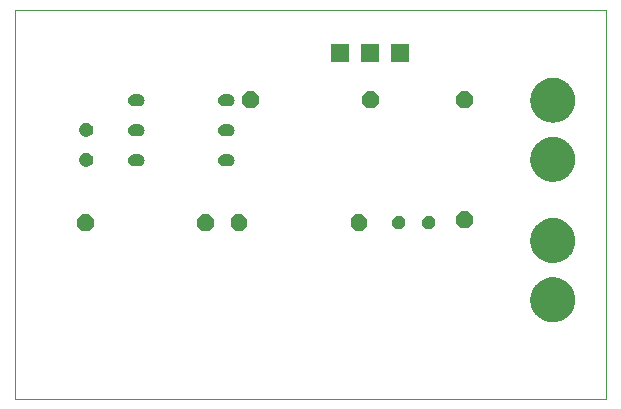
<source format=gbs>
G75*
G71*
%OFA0B0*%
%FSLAX23Y23*%
%IPPOS*%
%LPD*%
%ADD10C,0.1*%
%LPD*%D10*
X0Y0D02*
X0Y100D01*
X0Y200D01*
X0Y299D01*
X0Y399D01*
X0Y499D01*
X0Y599D01*
X0Y699D01*
X0Y798D01*
X0Y898D01*
X0Y998D01*
X0Y1098D01*
X0Y1198D01*
X0Y1297D01*
X0Y1397D01*
X0Y1497D01*
X0Y1597D01*
X0Y1697D01*
X0Y1796D01*
X0Y1896D01*
X0Y1996D01*
X0Y2096D01*
X0Y2196D01*
X0Y2295D01*
X0Y2395D01*
X0Y2495D01*
X0Y2595D01*
X0Y2695D01*
X0Y2794D01*
X0Y2894D01*
X0Y2994D01*
X0Y3094D01*
X0Y3193D01*
X0Y3293D01*
X0Y3393D01*
X0Y3493D01*
X0Y3593D01*
X0Y3692D01*
X0Y3792D01*
X0Y3892D01*
X0Y3992D01*
X0Y4092D01*
X0Y4191D01*
X0Y4291D01*
X0Y4391D01*
X0Y4491D01*
X0Y4591D01*
X0Y4690D01*
X0Y4790D01*
X0Y4890D01*
X0Y4990D01*
X0Y5090D01*
X0Y5189D01*
X0Y5289D01*
X0Y5389D01*
X0Y5489D01*
X0Y5589D01*
X0Y5688D01*
X0Y5788D01*
X0Y5888D01*
X0Y5988D01*
X0Y6088D01*
X0Y6187D01*
X0Y6287D01*
X0Y6387D01*
X0Y6487D01*
X0Y6587D01*
X0Y6686D01*
X0Y6786D01*
X0Y6886D01*
X0Y6986D01*
X0Y7086D01*
X0Y7185D01*
X0Y7285D01*
X0Y7385D01*
X0Y7485D01*
X0Y7585D01*
X0Y7684D01*
X0Y7784D01*
X0Y7884D01*
X0Y7984D01*
X0Y8084D01*
X0Y8183D01*
X0Y8283D01*
X0Y8383D01*
X0Y8483D01*
X0Y8583D01*
X0Y8682D01*
X0Y8782D01*
X0Y8882D01*
X0Y8982D01*
X0Y9081D01*
X0Y9181D01*
X0Y9281D01*
X0Y9381D01*
X0Y9481D01*
X0Y9580D01*
X0Y9680D01*
X0Y9780D01*
X0Y9880D01*
X0Y9980D01*
X0Y10079D01*
X0Y10179D01*
X0Y10279D01*
X0Y10379D01*
X0Y10479D01*
X0Y10578D01*
X0Y10678D01*
X0Y10778D01*
X0Y10878D01*
X0Y10978D01*
X0Y11077D01*
X0Y11177D01*
X0Y11277D01*
X0Y11377D01*
X0Y11477D01*
X0Y11576D01*
X0Y11676D01*
X0Y11776D01*
X0Y11876D01*
X0Y11976D01*
X0Y12075D01*
X0Y12175D01*
X0Y12275D01*
X0Y12375D01*
X0Y12475D01*
X0Y12574D01*
X0Y12674D01*
X0Y12774D01*
X0Y12874D01*
X0Y12974D01*
X0Y13073D01*
X0Y13173D01*
X0Y13273D01*
X0Y13373D01*
X0Y13473D01*
X0Y13572D01*
X0Y13672D01*
X0Y13772D01*
X0Y13872D01*
X0Y13972D01*
X0Y14071D01*
X0Y14171D01*
X0Y14271D01*
X0Y14371D01*
X0Y14471D01*
X0Y14570D01*
X0Y14670D01*
X0Y14770D01*
X0Y14870D01*
X0Y14970D01*
X0Y15069D01*
X0Y15169D01*
X0Y15269D01*
X0Y15369D01*
X0Y15469D01*
X0Y15568D01*
X0Y15668D01*
X0Y15768D01*
X0Y15868D01*
X0Y15967D01*
X0Y16067D01*
X0Y16167D01*
X0Y16267D01*
X0Y16367D01*
X0Y16466D01*
X0Y16566D01*
X0Y16666D01*
X0Y16766D01*
X0Y16866D01*
X0Y16965D01*
X0Y17065D01*
X0Y17165D01*
X0Y17265D01*
X0Y17365D01*
X0Y17464D01*
X0Y17564D01*
X0Y17664D01*
X0Y17764D01*
X0Y17864D01*
X0Y17963D01*
X0Y18063D01*
X0Y18163D01*
X0Y18263D01*
X0Y18363D01*
X0Y18462D01*
X0Y18562D01*
X0Y18662D01*
X0Y18762D01*
X0Y18862D01*
X0Y18961D01*
X0Y19061D01*
X0Y19161D01*
X0Y19261D01*
X0Y19361D01*
X0Y19460D01*
X0Y19560D01*
X0Y19660D01*
X0Y19760D01*
X0Y19860D01*
X0Y19959D01*
X0Y20059D01*
X0Y20159D01*
X0Y20259D01*
X0Y20359D01*
X0Y20458D01*
X0Y20558D01*
X0Y20658D01*
X0Y20758D01*
X0Y20858D01*
X0Y20957D01*
X0Y21057D01*
X0Y21157D01*
X0Y21257D01*
X0Y21357D01*
X0Y21456D01*
X0Y21556D01*
X0Y21656D01*
X0Y21756D01*
X0Y21856D01*
X0Y21955D01*
X0Y22055D01*
X0Y22155D01*
X0Y22255D01*
X0Y22355D01*
X0Y22454D01*
X0Y22554D01*
X0Y22654D01*
X0Y22754D01*
X0Y22853D01*
X0Y22953D01*
X0Y23053D01*
X0Y23153D01*
X0Y23253D01*
X0Y23352D01*
X0Y23452D01*
X0Y23552D01*
X0Y23652D01*
X0Y23752D01*
X0Y23851D01*
X0Y23951D01*
X0Y24051D01*
X0Y24151D01*
X0Y24251D01*
X0Y24350D01*
X0Y24450D01*
X0Y24550D01*
X0Y24650D01*
X0Y24750D01*
X0Y24849D01*
X0Y24949D01*
X0Y25049D01*
X0Y25149D01*
X0Y25249D01*
X0Y25348D01*
X0Y25448D01*
X0Y25548D01*
X0Y25648D01*
X0Y25748D01*
X0Y25847D01*
X0Y25947D01*
X0Y26047D01*
X0Y26147D01*
X0Y26247D01*
X0Y26346D01*
X0Y26446D01*
X0Y26546D01*
X0Y26646D01*
X0Y26746D01*
X0Y26845D01*
X0Y26945D01*
X0Y27045D01*
X0Y27145D01*
X0Y27245D01*
X0Y27344D01*
X0Y27444D01*
X0Y27544D01*
X0Y27644D01*
X0Y27744D01*
X0Y27843D01*
X0Y27943D01*
X0Y28043D01*
X0Y28143D01*
X0Y28243D01*
X0Y28342D01*
X0Y28442D01*
X0Y28542D01*
X0Y28642D01*
X0Y28742D01*
X0Y28841D01*
X0Y28941D01*
X0Y29041D01*
X0Y29141D01*
X0Y29241D01*
X0Y29340D01*
X0Y29440D01*
X0Y29540D01*
X0Y29640D01*
X0Y29740D01*
X0Y29839D01*
X0Y29939D01*
X0Y30039D01*
X0Y30139D01*
X0Y30239D01*
X0Y30338D01*
X0Y30438D01*
X0Y30538D01*
X0Y30638D01*
X0Y30737D01*
X0Y30837D01*
X0Y30937D01*
X0Y31037D01*
X0Y31137D01*
X0Y31236D01*
X0Y31336D01*
X0Y31436D01*
X0Y31536D01*
X0Y31636D01*
X0Y31735D01*
X0Y31835D01*
X0Y31935D01*
X0Y32035D01*
X0Y32135D01*
X0Y32234D01*
X0Y32334D01*
X0Y32434D01*
X0Y32534D01*
X0Y32634D01*
X0Y32733D01*
X0Y32833D01*
X0Y32933D01*
X100Y32933D01*
X200Y32933D01*
X300Y32933D01*
X400Y32933D01*
X500Y32933D01*
X600Y32933D01*
X700Y32933D01*
X800Y32933D01*
X900Y32933D01*
X1000Y32933D01*
X1100Y32933D01*
X1200Y32933D01*
X1300Y32933D01*
X1400Y32933D01*
X1500Y32933D01*
X1600Y32933D01*
X1700Y32933D01*
X1800Y32933D01*
X1900Y32933D01*
X2000Y32933D01*
X2100Y32933D01*
X2200Y32933D01*
X2300Y32933D01*
X2400Y32933D01*
X2500Y32933D01*
X2600Y32933D01*
X2700Y32933D01*
X2800Y32933D01*
X2900Y32933D01*
X3000Y32933D01*
X3100Y32933D01*
X3200Y32933D01*
X3300Y32933D01*
X3400Y32933D01*
X3500Y32933D01*
X3600Y32933D01*
X3700Y32933D01*
X3800Y32933D01*
X3900Y32933D01*
X4000Y32933D01*
X4100Y32933D01*
X4200Y32933D01*
X4300Y32933D01*
X4400Y32933D01*
X4500Y32933D01*
X4600Y32933D01*
X4700Y32933D01*
X4800Y32933D01*
X4900Y32933D01*
X5000Y32933D01*
X5100Y32933D01*
X5200Y32933D01*
X5300Y32933D01*
X5400Y32933D01*
X5500Y32933D01*
X5600Y32933D01*
X5700Y32933D01*
X5800Y32933D01*
X5900Y32933D01*
X6000Y32933D01*
X6100Y32933D01*
X6200Y32933D01*
X6300Y32933D01*
X6400Y32933D01*
X6500Y32933D01*
X6600Y32933D01*
X6700Y32933D01*
X6800Y32933D01*
X6900Y32933D01*
X7000Y32933D01*
X7100Y32933D01*
X7200Y32933D01*
X7300Y32933D01*
X7400Y32933D01*
X7500Y32933D01*
X7600Y32933D01*
X7700Y32933D01*
X7800Y32933D01*
X7900Y32933D01*
X8000Y32933D01*
X8100Y32933D01*
X8200Y32933D01*
X8300Y32933D01*
X8400Y32933D01*
X8500Y32933D01*
X8600Y32933D01*
X8700Y32933D01*
X8800Y32933D01*
X8900Y32933D01*
X9000Y32933D01*
X9100Y32933D01*
X9200Y32933D01*
X9300Y32933D01*
X9400Y32933D01*
X9500Y32933D01*
X9600Y32933D01*
X9700Y32933D01*
X9800Y32933D01*
X9900Y32933D01*
X10000Y32933D01*
X10100Y32933D01*
X10200Y32933D01*
X10300Y32933D01*
X10400Y32933D01*
X10500Y32933D01*
X10600Y32933D01*
X10700Y32933D01*
X10800Y32933D01*
X10900Y32933D01*
X11000Y32933D01*
X11100Y32933D01*
X11200Y32933D01*
X11300Y32933D01*
X11400Y32933D01*
X11500Y32933D01*
X11600Y32933D01*
X11700Y32933D01*
X11800Y32933D01*
X11900Y32933D01*
X12000Y32933D01*
X12100Y32933D01*
X12200Y32933D01*
X12300Y32933D01*
X12400Y32933D01*
X12500Y32933D01*
X12600Y32933D01*
X12700Y32933D01*
X12800Y32933D01*
X12900Y32933D01*
X13000Y32933D01*
X13100Y32933D01*
X13200Y32933D01*
X13300Y32933D01*
X13400Y32933D01*
X13500Y32933D01*
X13600Y32933D01*
X13700Y32933D01*
X13800Y32933D01*
X13900Y32933D01*
X14000Y32933D01*
X14100Y32933D01*
X14200Y32933D01*
X14300Y32933D01*
X14400Y32933D01*
X14500Y32933D01*
X14600Y32933D01*
X14700Y32933D01*
X14800Y32933D01*
X14900Y32933D01*
X15000Y32933D01*
X15100Y32933D01*
X15200Y32933D01*
X15300Y32933D01*
X15400Y32933D01*
X15500Y32933D01*
X15600Y32933D01*
X15700Y32933D01*
X15800Y32933D01*
X15900Y32933D01*
X16000Y32933D01*
X16100Y32933D01*
X16200Y32933D01*
X16300Y32933D01*
X16400Y32933D01*
X16500Y32933D01*
X16600Y32933D01*
X16700Y32933D01*
X16800Y32933D01*
X16900Y32933D01*
X17000Y32933D01*
X17100Y32933D01*
X17200Y32933D01*
X17300Y32933D01*
X17400Y32933D01*
X17500Y32933D01*
X17600Y32933D01*
X17700Y32933D01*
X17800Y32933D01*
X17900Y32933D01*
X18000Y32933D01*
X18100Y32933D01*
X18200Y32933D01*
X18300Y32933D01*
X18400Y32933D01*
X18500Y32933D01*
X18600Y32933D01*
X18700Y32933D01*
X18800Y32933D01*
X18900Y32933D01*
X19000Y32933D01*
X19100Y32933D01*
X19200Y32933D01*
X19300Y32933D01*
X19400Y32933D01*
X19500Y32933D01*
X19600Y32933D01*
X19700Y32933D01*
X19800Y32933D01*
X19900Y32933D01*
X20000Y32933D01*
X20100Y32933D01*
X20200Y32933D01*
X20300Y32933D01*
X20400Y32933D01*
X20500Y32933D01*
X20600Y32933D01*
X20700Y32933D01*
X20800Y32933D01*
X20900Y32933D01*
X21000Y32933D01*
X21100Y32933D01*
X21200Y32933D01*
X21300Y32933D01*
X21400Y32933D01*
X21500Y32933D01*
X21600Y32933D01*
X21700Y32933D01*
X21800Y32933D01*
X21900Y32933D01*
X22000Y32933D01*
X22100Y32933D01*
X22200Y32933D01*
X22300Y32933D01*
X22400Y32933D01*
X22500Y32933D01*
X22600Y32933D01*
X22700Y32933D01*
X22800Y32933D01*
X22900Y32933D01*
X23000Y32933D01*
X23100Y32933D01*
X23200Y32933D01*
X23300Y32933D01*
X23400Y32933D01*
X23500Y32933D01*
X23600Y32933D01*
X23700Y32933D01*
X23800Y32933D01*
X23900Y32933D01*
X24000Y32933D01*
X24100Y32933D01*
X24200Y32933D01*
X24300Y32933D01*
X24400Y32933D01*
X24500Y32933D01*
X24600Y32933D01*
X24700Y32933D01*
X24800Y32933D01*
X24900Y32933D01*
X25000Y32933D01*
X25100Y32933D01*
X25200Y32933D01*
X25300Y32933D01*
X25400Y32933D01*
X25500Y32933D01*
X25600Y32933D01*
X25700Y32933D01*
X25800Y32933D01*
X25900Y32933D01*
X26000Y32933D01*
X26100Y32933D01*
X26200Y32933D01*
X26300Y32933D01*
X26400Y32933D01*
X26500Y32933D01*
X26600Y32933D01*
X26700Y32933D01*
X26800Y32933D01*
X26900Y32933D01*
X27000Y32933D01*
X27100Y32933D01*
X27200Y32933D01*
X27300Y32933D01*
X27400Y32933D01*
X27500Y32933D01*
X27600Y32933D01*
X27700Y32933D01*
X27800Y32933D01*
X27900Y32933D01*
X28000Y32933D01*
X28100Y32933D01*
X28200Y32933D01*
X28300Y32933D01*
X28400Y32933D01*
X28500Y32933D01*
X28600Y32933D01*
X28700Y32933D01*
X28800Y32933D01*
X28900Y32933D01*
X29000Y32933D01*
X29100Y32933D01*
X29200Y32933D01*
X29300Y32933D01*
X29400Y32933D01*
X29500Y32933D01*
X29600Y32933D01*
X29700Y32933D01*
X29800Y32933D01*
X29900Y32933D01*
X30000Y32933D01*
X30100Y32933D01*
X30200Y32933D01*
X30300Y32933D01*
X30400Y32933D01*
X30500Y32933D01*
X30600Y32933D01*
X30700Y32933D01*
X30800Y32933D01*
X30900Y32933D01*
X31000Y32933D01*
X31100Y32933D01*
X31200Y32933D01*
X31300Y32933D01*
X31400Y32933D01*
X31500Y32933D01*
X31600Y32933D01*
X31700Y32933D01*
X31800Y32933D01*
X31900Y32933D01*
X32000Y32933D01*
X32100Y32933D01*
X32200Y32933D01*
X32300Y32933D01*
X32400Y32933D01*
X32500Y32933D01*
X32600Y32933D01*
X32700Y32933D01*
X32800Y32933D01*
X32900Y32933D01*
X33000Y32933D01*
X33100Y32933D01*
X33200Y32933D01*
X33300Y32933D01*
X33400Y32933D01*
X33500Y32933D01*
X33600Y32933D01*
X33700Y32933D01*
X33800Y32933D01*
X33900Y32933D01*
X34000Y32933D01*
X34100Y32933D01*
X34200Y32933D01*
X34300Y32933D01*
X34400Y32933D01*
X34500Y32933D01*
X34600Y32933D01*
X34700Y32933D01*
X34800Y32933D01*
X34900Y32933D01*
X35000Y32933D01*
X35100Y32933D01*
X35200Y32933D01*
X35300Y32933D01*
X35400Y32933D01*
X35500Y32933D01*
X35600Y32933D01*
X35700Y32933D01*
X35800Y32933D01*
X35900Y32933D01*
X36000Y32933D01*
X36100Y32933D01*
X36200Y32933D01*
X36300Y32933D01*
X36400Y32933D01*
X36500Y32933D01*
X36600Y32933D01*
X36700Y32933D01*
X36800Y32933D01*
X36900Y32933D01*
X37000Y32933D01*
X37100Y32933D01*
X37200Y32933D01*
X37300Y32933D01*
X37400Y32933D01*
X37500Y32933D01*
X37600Y32933D01*
X37700Y32933D01*
X37800Y32933D01*
X37900Y32933D01*
X38000Y32933D01*
X38100Y32933D01*
X38200Y32933D01*
X38300Y32933D01*
X38400Y32933D01*
X38500Y32933D01*
X38600Y32933D01*
X38700Y32933D01*
X38800Y32933D01*
X38900Y32933D01*
X39000Y32933D01*
X39100Y32933D01*
X39200Y32933D01*
X39300Y32933D01*
X39400Y32933D01*
X39500Y32933D01*
X39600Y32933D01*
X39700Y32933D01*
X39800Y32933D01*
X39900Y32933D01*
X40000Y32933D01*
X40100Y32933D01*
X40200Y32933D01*
X40300Y32933D01*
X40400Y32933D01*
X40500Y32933D01*
X40600Y32933D01*
X40700Y32933D01*
X40800Y32933D01*
X40900Y32933D01*
X41000Y32933D01*
X41100Y32933D01*
X41200Y32933D01*
X41300Y32933D01*
X41400Y32933D01*
X41500Y32933D01*
X41600Y32933D01*
X41700Y32933D01*
X41800Y32933D01*
X41900Y32933D01*
X42000Y32933D01*
X42100Y32933D01*
X42200Y32933D01*
X42300Y32933D01*
X42400Y32933D01*
X42500Y32933D01*
X42600Y32933D01*
X42700Y32933D01*
X42800Y32933D01*
X42900Y32933D01*
X43000Y32933D01*
X43100Y32933D01*
X43200Y32933D01*
X43300Y32933D01*
X43400Y32933D01*
X43500Y32933D01*
X43600Y32933D01*
X43700Y32933D01*
X43800Y32933D01*
X43900Y32933D01*
X44000Y32933D01*
X44100Y32933D01*
X44200Y32933D01*
X44300Y32933D01*
X44400Y32933D01*
X44500Y32933D01*
X44600Y32933D01*
X44700Y32933D01*
X44800Y32933D01*
X44900Y32933D01*
X45000Y32933D01*
X45100Y32933D01*
X45200Y32933D01*
X45300Y32933D01*
X45400Y32933D01*
X45500Y32933D01*
X45600Y32933D01*
X45700Y32933D01*
X45800Y32933D01*
X45900Y32933D01*
X46000Y32933D01*
X46100Y32933D01*
X46200Y32933D01*
X46300Y32933D01*
X46400Y32933D01*
X46500Y32933D01*
X46600Y32933D01*
X46700Y32933D01*
X46800Y32933D01*
X46900Y32933D01*
X47000Y32933D01*
X47100Y32933D01*
X47200Y32933D01*
X47300Y32933D01*
X47400Y32933D01*
X47500Y32933D01*
X47600Y32933D01*
X47700Y32933D01*
X47800Y32933D01*
X47900Y32933D01*
X48000Y32933D01*
X48100Y32933D01*
X48200Y32933D01*
X48300Y32933D01*
X48400Y32933D01*
X48500Y32933D01*
X48600Y32933D01*
X48700Y32933D01*
X48800Y32933D01*
X48900Y32933D01*
X49000Y32933D01*
X49100Y32933D01*
X49200Y32933D01*
X49300Y32933D01*
X49400Y32933D01*
X49500Y32933D01*
X49600Y32933D01*
X49700Y32933D01*
X49800Y32933D01*
X49900Y32933D01*
X50000Y32933D01*
X50000Y32833D01*
X50000Y32734D01*
X50000Y32634D01*
X50000Y32534D01*
X50000Y32434D01*
X50000Y32334D01*
X50000Y32235D01*
X50000Y32135D01*
X50000Y32035D01*
X50000Y31935D01*
X50000Y31835D01*
X50000Y31736D01*
X50000Y31636D01*
X50000Y31536D01*
X50000Y31436D01*
X50000Y31336D01*
X50000Y31237D01*
X50000Y31137D01*
X50000Y31037D01*
X50000Y30937D01*
X50000Y30837D01*
X50000Y30738D01*
X50000Y30638D01*
X50000Y30538D01*
X50000Y30438D01*
X50000Y30338D01*
X50000Y30239D01*
X50000Y30139D01*
X50000Y30039D01*
X50000Y29939D01*
X50000Y29839D01*
X50000Y29740D01*
X50000Y29640D01*
X50000Y29540D01*
X50000Y29440D01*
X50000Y29340D01*
X50000Y29241D01*
X50000Y29141D01*
X50000Y29041D01*
X50000Y28941D01*
X50000Y28841D01*
X50000Y28742D01*
X50000Y28642D01*
X50000Y28542D01*
X50000Y28442D01*
X50000Y28342D01*
X50000Y28243D01*
X50000Y28143D01*
X50000Y28043D01*
X50000Y27943D01*
X50000Y27843D01*
X50000Y27744D01*
X50000Y27644D01*
X50000Y27544D01*
X50000Y27444D01*
X50000Y27344D01*
X50000Y27245D01*
X50000Y27145D01*
X50000Y27045D01*
X50000Y26945D01*
X50000Y26845D01*
X50000Y26746D01*
X50000Y26646D01*
X50000Y26546D01*
X50000Y26446D01*
X50000Y26347D01*
X50000Y26247D01*
X50000Y26147D01*
X50000Y26047D01*
X50000Y25947D01*
X50000Y25848D01*
X50000Y25748D01*
X50000Y25648D01*
X50000Y25548D01*
X50000Y25448D01*
X50000Y25349D01*
X50000Y25249D01*
X50000Y25149D01*
X50000Y25049D01*
X50000Y24949D01*
X50000Y24850D01*
X50000Y24750D01*
X50000Y24650D01*
X50000Y24550D01*
X50000Y24450D01*
X50000Y24351D01*
X50000Y24251D01*
X50000Y24151D01*
X50000Y24051D01*
X50000Y23951D01*
X50000Y23852D01*
X50000Y23752D01*
X50000Y23652D01*
X50000Y23552D01*
X50000Y23452D01*
X50000Y23353D01*
X50000Y23253D01*
X50000Y23153D01*
X50000Y23053D01*
X50000Y22953D01*
X50000Y22854D01*
X50000Y22754D01*
X50000Y22654D01*
X50000Y22554D01*
X50000Y22454D01*
X50000Y22355D01*
X50000Y22255D01*
X50000Y22155D01*
X50000Y22055D01*
X50000Y21955D01*
X50000Y21856D01*
X50000Y21756D01*
X50000Y21656D01*
X50000Y21556D01*
X50000Y21456D01*
X50000Y21357D01*
X50000Y21257D01*
X50000Y21157D01*
X50000Y21057D01*
X50000Y20957D01*
X50000Y20858D01*
X50000Y20758D01*
X50000Y20658D01*
X50000Y20558D01*
X50000Y20459D01*
X50000Y20359D01*
X50000Y20259D01*
X50000Y20159D01*
X50000Y20059D01*
X50000Y19960D01*
X50000Y19860D01*
X50000Y19760D01*
X50000Y19660D01*
X50000Y19560D01*
X50000Y19461D01*
X50000Y19361D01*
X50000Y19261D01*
X50000Y19161D01*
X50000Y19061D01*
X50000Y18962D01*
X50000Y18862D01*
X50000Y18762D01*
X50000Y18662D01*
X50000Y18562D01*
X50000Y18463D01*
X50000Y18363D01*
X50000Y18263D01*
X50000Y18163D01*
X50000Y18063D01*
X50000Y17964D01*
X50000Y17864D01*
X50000Y17764D01*
X50000Y17664D01*
X50000Y17564D01*
X50000Y17465D01*
X50000Y17365D01*
X50000Y17265D01*
X50000Y17165D01*
X50000Y17065D01*
X50000Y16966D01*
X50000Y16866D01*
X50000Y16766D01*
X50000Y16666D01*
X50000Y16566D01*
X50000Y16467D01*
X50000Y16367D01*
X50000Y16267D01*
X50000Y16167D01*
X50000Y16067D01*
X50000Y15968D01*
X50000Y15868D01*
X50000Y15768D01*
X50000Y15668D01*
X50000Y15568D01*
X50000Y15469D01*
X50000Y15369D01*
X50000Y15269D01*
X50000Y15169D01*
X50000Y15069D01*
X50000Y14970D01*
X50000Y14870D01*
X50000Y14770D01*
X50000Y14670D01*
X50000Y14570D01*
X50000Y14471D01*
X50000Y14371D01*
X50000Y14271D01*
X50000Y14171D01*
X50000Y14071D01*
X50000Y13972D01*
X50000Y13872D01*
X50000Y13772D01*
X50000Y13672D01*
X50000Y13573D01*
X50000Y13473D01*
X50000Y13373D01*
X50000Y13273D01*
X50000Y13173D01*
X50000Y13074D01*
X50000Y12974D01*
X50000Y12874D01*
X50000Y12774D01*
X50000Y12674D01*
X50000Y12575D01*
X50000Y12475D01*
X50000Y12375D01*
X50000Y12275D01*
X50000Y12175D01*
X50000Y12076D01*
X50000Y11976D01*
X50000Y11876D01*
X50000Y11776D01*
X50000Y11676D01*
X50000Y11577D01*
X50000Y11477D01*
X50000Y11377D01*
X50000Y11277D01*
X50000Y11177D01*
X50000Y11078D01*
X50000Y10978D01*
X50000Y10878D01*
X50000Y10778D01*
X50000Y10678D01*
X50000Y10579D01*
X50000Y10479D01*
X50000Y10379D01*
X50000Y10279D01*
X50000Y10179D01*
X50000Y10080D01*
X50000Y9980D01*
X50000Y9880D01*
X50000Y9780D01*
X50000Y9680D01*
X50000Y9581D01*
X50000Y9481D01*
X50000Y9381D01*
X50000Y9281D01*
X50000Y9181D01*
X50000Y9082D01*
X50000Y8982D01*
X50000Y8882D01*
X50000Y8782D01*
X50000Y8682D01*
X50000Y8583D01*
X50000Y8483D01*
X50000Y8383D01*
X50000Y8283D01*
X50000Y8183D01*
X50000Y8084D01*
X50000Y7984D01*
X50000Y7884D01*
X50000Y7784D01*
X50000Y7684D01*
X50000Y7585D01*
X50000Y7485D01*
X50000Y7385D01*
X50000Y7285D01*
X50000Y7185D01*
X50000Y7086D01*
X50000Y6986D01*
X50000Y6886D01*
X50000Y6786D01*
X50000Y6686D01*
X50000Y6587D01*
X50000Y6487D01*
X50000Y6387D01*
X50000Y6287D01*
X50000Y6188D01*
X50000Y6088D01*
X50000Y5988D01*
X50000Y5888D01*
X50000Y5788D01*
X50000Y5689D01*
X50000Y5589D01*
X50000Y5489D01*
X50000Y5389D01*
X50000Y5289D01*
X50000Y5190D01*
X50000Y5090D01*
X50000Y4990D01*
X50000Y4890D01*
X50000Y4790D01*
X50000Y4691D01*
X50000Y4591D01*
X50000Y4491D01*
X50000Y4391D01*
X50000Y4291D01*
X50000Y4192D01*
X50000Y4092D01*
X50000Y3992D01*
X50000Y3892D01*
X50000Y3792D01*
X50000Y3693D01*
X50000Y3593D01*
X50000Y3493D01*
X50000Y3393D01*
X50000Y3293D01*
X50000Y3194D01*
X50000Y3094D01*
X50000Y2994D01*
X50000Y2894D01*
X50000Y2794D01*
X50000Y2695D01*
X50000Y2595D01*
X50000Y2495D01*
X50000Y2395D01*
X50000Y2295D01*
X50000Y2196D01*
X50000Y2096D01*
X50000Y1996D01*
X50000Y1896D01*
X50000Y1796D01*
X50000Y1697D01*
X50000Y1597D01*
X50000Y1497D01*
X50000Y1397D01*
X50000Y1297D01*
X50000Y1198D01*
X50000Y1098D01*
X50000Y998D01*
X50000Y898D01*
X50000Y798D01*
X50000Y699D01*
X50000Y599D01*
X50000Y499D01*
X50000Y399D01*
X50000Y299D01*
X50000Y200D01*
X50000Y100D01*
X50000Y0D01*
X49900Y0D01*
X49800Y0D01*
X49700Y0D01*
X49600Y0D01*
X49500Y0D01*
X49400Y0D01*
X49300Y0D01*
X49200Y0D01*
X49100Y0D01*
X49000Y0D01*
X48900Y0D01*
X48800Y0D01*
X48700Y0D01*
X48600Y0D01*
X48500Y0D01*
X48400Y0D01*
X48300Y0D01*
X48200Y0D01*
X48100Y0D01*
X48000Y0D01*
X47900Y0D01*
X47800Y0D01*
X47700Y0D01*
X47600Y0D01*
X47500Y0D01*
X47400Y0D01*
X47300Y0D01*
X47200Y0D01*
X47100Y0D01*
X47000Y0D01*
X46900Y0D01*
X46800Y0D01*
X46700Y0D01*
X46600Y0D01*
X46500Y0D01*
X46400Y0D01*
X46300Y0D01*
X46200Y0D01*
X46100Y0D01*
X46000Y0D01*
X45900Y0D01*
X45800Y0D01*
X45700Y0D01*
X45600Y0D01*
X45500Y0D01*
X45400Y0D01*
X45300Y0D01*
X45200Y0D01*
X45100Y0D01*
X45000Y0D01*
X44900Y0D01*
X44800Y0D01*
X44700Y0D01*
X44600Y0D01*
X44500Y0D01*
X44400Y0D01*
X44300Y0D01*
X44200Y0D01*
X44100Y0D01*
X44000Y0D01*
X43900Y0D01*
X43800Y0D01*
X43700Y0D01*
X43600Y0D01*
X43500Y0D01*
X43400Y0D01*
X43300Y0D01*
X43200Y0D01*
X43100Y0D01*
X43000Y0D01*
X42900Y0D01*
X42800Y0D01*
X42700Y0D01*
X42600Y0D01*
X42500Y0D01*
X42400Y0D01*
X42300Y0D01*
X42200Y0D01*
X42100Y0D01*
X42000Y0D01*
X41900Y0D01*
X41800Y0D01*
X41700Y0D01*
X41600Y0D01*
X41500Y0D01*
X41400Y0D01*
X41300Y0D01*
X41200Y0D01*
X41100Y0D01*
X41000Y0D01*
X40900Y0D01*
X40800Y0D01*
X40700Y0D01*
X40600Y0D01*
X40500Y0D01*
X40400Y0D01*
X40300Y0D01*
X40200Y0D01*
X40100Y0D01*
X40000Y0D01*
X39900Y0D01*
X39800Y0D01*
X39700Y0D01*
X39600Y0D01*
X39500Y0D01*
X39400Y0D01*
X39300Y0D01*
X39200Y0D01*
X39100Y0D01*
X39000Y0D01*
X38900Y0D01*
X38800Y0D01*
X38700Y0D01*
X38600Y0D01*
X38500Y0D01*
X38400Y0D01*
X38300Y0D01*
X38200Y0D01*
X38100Y0D01*
X38000Y0D01*
X37900Y0D01*
X37800Y0D01*
X37700Y0D01*
X37600Y0D01*
X37500Y0D01*
X37400Y0D01*
X37300Y0D01*
X37200Y0D01*
X37100Y0D01*
X37000Y0D01*
X36900Y0D01*
X36800Y0D01*
X36700Y0D01*
X36600Y0D01*
X36500Y0D01*
X36400Y0D01*
X36300Y0D01*
X36200Y0D01*
X36100Y0D01*
X36000Y0D01*
X35900Y0D01*
X35800Y0D01*
X35700Y0D01*
X35600Y0D01*
X35500Y0D01*
X35400Y0D01*
X35300Y0D01*
X35200Y0D01*
X35100Y0D01*
X35000Y0D01*
X34900Y0D01*
X34800Y0D01*
X34700Y0D01*
X34600Y0D01*
X34500Y0D01*
X34400Y0D01*
X34300Y0D01*
X34200Y0D01*
X34100Y0D01*
X34000Y0D01*
X33900Y0D01*
X33800Y0D01*
X33700Y0D01*
X33600Y0D01*
X33500Y0D01*
X33400Y0D01*
X33300Y0D01*
X33200Y0D01*
X33100Y0D01*
X33000Y0D01*
X32900Y0D01*
X32800Y0D01*
X32700Y0D01*
X32600Y0D01*
X32500Y0D01*
X32400Y0D01*
X32300Y0D01*
X32200Y0D01*
X32100Y0D01*
X32000Y0D01*
X31900Y0D01*
X31800Y0D01*
X31700Y0D01*
X31600Y0D01*
X31500Y0D01*
X31400Y0D01*
X31300Y0D01*
X31200Y0D01*
X31100Y0D01*
X31000Y0D01*
X30900Y0D01*
X30800Y0D01*
X30700Y0D01*
X30600Y0D01*
X30500Y0D01*
X30400Y0D01*
X30300Y0D01*
X30200Y0D01*
X30100Y0D01*
X30000Y0D01*
X29900Y0D01*
X29800Y0D01*
X29700Y0D01*
X29600Y0D01*
X29500Y0D01*
X29400Y0D01*
X29300Y0D01*
X29200Y0D01*
X29100Y0D01*
X29000Y0D01*
X28900Y0D01*
X28800Y0D01*
X28700Y0D01*
X28600Y0D01*
X28500Y0D01*
X28400Y0D01*
X28300Y0D01*
X28200Y0D01*
X28100Y0D01*
X28000Y0D01*
X27900Y0D01*
X27800Y0D01*
X27700Y0D01*
X27600Y0D01*
X27500Y0D01*
X27400Y0D01*
X27300Y0D01*
X27200Y0D01*
X27100Y0D01*
X27000Y0D01*
X26900Y0D01*
X26800Y0D01*
X26700Y0D01*
X26600Y0D01*
X26500Y0D01*
X26400Y0D01*
X26300Y0D01*
X26200Y0D01*
X26100Y0D01*
X26000Y0D01*
X25900Y0D01*
X25800Y0D01*
X25700Y0D01*
X25600Y0D01*
X25500Y0D01*
X25400Y0D01*
X25300Y0D01*
X25200Y0D01*
X25100Y0D01*
X25000Y0D01*
X24900Y0D01*
X24800Y0D01*
X24700Y0D01*
X24600Y0D01*
X24500Y0D01*
X24400Y0D01*
X24300Y0D01*
X24200Y0D01*
X24100Y0D01*
X24000Y0D01*
X23900Y0D01*
X23800Y0D01*
X23700Y0D01*
X23600Y0D01*
X23500Y0D01*
X23400Y0D01*
X23300Y0D01*
X23200Y0D01*
X23100Y0D01*
X23000Y0D01*
X22900Y0D01*
X22800Y0D01*
X22700Y0D01*
X22600Y0D01*
X22500Y0D01*
X22400Y0D01*
X22300Y0D01*
X22200Y0D01*
X22100Y0D01*
X22000Y0D01*
X21900Y0D01*
X21800Y0D01*
X21700Y0D01*
X21600Y0D01*
X21500Y0D01*
X21400Y0D01*
X21300Y0D01*
X21200Y0D01*
X21100Y0D01*
X21000Y0D01*
X20900Y0D01*
X20800Y0D01*
X20700Y0D01*
X20600Y0D01*
X20500Y0D01*
X20400Y0D01*
X20300Y0D01*
X20200Y0D01*
X20100Y0D01*
X20000Y0D01*
X19900Y0D01*
X19800Y0D01*
X19700Y0D01*
X19600Y0D01*
X19500Y0D01*
X19400Y0D01*
X19300Y0D01*
X19200Y0D01*
X19100Y0D01*
X19000Y0D01*
X18900Y0D01*
X18800Y0D01*
X18700Y0D01*
X18600Y0D01*
X18500Y0D01*
X18400Y0D01*
X18300Y0D01*
X18200Y0D01*
X18100Y0D01*
X18000Y0D01*
X17900Y0D01*
X17800Y0D01*
X17700Y0D01*
X17600Y0D01*
X17500Y0D01*
X17400Y0D01*
X17300Y0D01*
X17200Y0D01*
X17100Y0D01*
X17000Y0D01*
X16900Y0D01*
X16800Y0D01*
X16700Y0D01*
X16600Y0D01*
X16500Y0D01*
X16400Y0D01*
X16300Y0D01*
X16200Y0D01*
X16100Y0D01*
X16000Y0D01*
X15900Y0D01*
X15800Y0D01*
X15700Y0D01*
X15600Y0D01*
X15500Y0D01*
X15400Y0D01*
X15300Y0D01*
X15200Y0D01*
X15100Y0D01*
X15000Y0D01*
X14900Y0D01*
X14800Y0D01*
X14700Y0D01*
X14600Y0D01*
X14500Y0D01*
X14400Y0D01*
X14300Y0D01*
X14200Y0D01*
X14100Y0D01*
X14000Y0D01*
X13900Y0D01*
X13800Y0D01*
X13700Y0D01*
X13600Y0D01*
X13500Y0D01*
X13400Y0D01*
X13300Y0D01*
X13200Y0D01*
X13100Y0D01*
X13000Y0D01*
X12900Y0D01*
X12800Y0D01*
X12700Y0D01*
X12600Y0D01*
X12500Y0D01*
X12400Y0D01*
X12300Y0D01*
X12200Y0D01*
X12100Y0D01*
X12000Y0D01*
X11900Y0D01*
X11800Y0D01*
X11700Y0D01*
X11600Y0D01*
X11500Y0D01*
X11400Y0D01*
X11300Y0D01*
X11200Y0D01*
X11100Y0D01*
X11000Y0D01*
X10900Y0D01*
X10800Y0D01*
X10700Y0D01*
X10600Y0D01*
X10500Y0D01*
X10400Y0D01*
X10300Y0D01*
X10200Y0D01*
X10100Y0D01*
X10000Y0D01*
X9900Y0D01*
X9800Y0D01*
X9700Y0D01*
X9600Y0D01*
X9500Y0D01*
X9400Y0D01*
X9300Y0D01*
X9200Y0D01*
X9100Y0D01*
X9000Y0D01*
X8900Y0D01*
X8800Y0D01*
X8700Y0D01*
X8600Y0D01*
X8500Y0D01*
X8400Y0D01*
X8300Y0D01*
X8200Y0D01*
X8100Y0D01*
X8000Y0D01*
X7900Y0D01*
X7800Y0D01*
X7700Y0D01*
X7600Y0D01*
X7500Y0D01*
X7400Y0D01*
X7300Y0D01*
X7200Y0D01*
X7100Y0D01*
X7000Y0D01*
X6900Y0D01*
X6800Y0D01*
X6700Y0D01*
X6600Y0D01*
X6500Y0D01*
X6400Y0D01*
X6300Y0D01*
X6200Y0D01*
X6100Y0D01*
X6000Y0D01*
X5900Y0D01*
X5800Y0D01*
X5700Y0D01*
X5600Y0D01*
X5500Y0D01*
X5400Y0D01*
X5300Y0D01*
X5200Y0D01*
X5100Y0D01*
X5000Y0D01*
X4900Y0D01*
X4800Y0D01*
X4700Y0D01*
X4600Y0D01*
X4500Y0D01*
X4400Y0D01*
X4300Y0D01*
X4200Y0D01*
X4100Y0D01*
X4000Y0D01*
X3900Y0D01*
X3800Y0D01*
X3700Y0D01*
X3600Y0D01*
X3500Y0D01*
X3400Y0D01*
X3300Y0D01*
X3200Y0D01*
X3100Y0D01*
X3000Y0D01*
X2900Y0D01*
X2800Y0D01*
X2700Y0D01*
X2600Y0D01*
X2500Y0D01*
X2400Y0D01*
X2300Y0D01*
X2200Y0D01*
X2100Y0D01*
X2000Y0D01*
X1900Y0D01*
X1800Y0D01*
X1700Y0D01*
X1600Y0D01*
X1500Y0D01*
X1400Y0D01*
X1300Y0D01*
X1200Y0D01*
X1100Y0D01*
X1000Y0D01*
X900Y0D01*
X800Y0D01*
X700Y0D01*
X600Y0D01*
X500Y0D01*
X400Y0D01*
X300Y0D01*
X200Y0D01*
X100Y0D01*
X0Y0D01*
X0Y0D01*
G36*
X10036Y25771D02*
X10436Y25771D01*
X10533Y25761D01*
X10627Y25733D01*
X10714Y25686D01*
X10789Y25624D01*
X10852Y25548D01*
X10898Y25462D01*
X10926Y25368D01*
X10936Y25271D01*
X10936Y25271D01*
X10926Y25173D01*
X10898Y25079D01*
X10852Y24993D01*
X10789Y24917D01*
X10714Y24855D01*
X10627Y24809D01*
X10533Y24780D01*
X10436Y24771D01*
X10036Y24771D01*
X9938Y24780D01*
X9844Y24809D01*
X9758Y24855D01*
X9682Y24917D01*
X9620Y24993D01*
X9574Y25079D01*
X9545Y25173D01*
X9536Y25271D01*
X9536Y25271D01*
X9545Y25368D01*
X9574Y25462D01*
X9620Y25548D01*
X9682Y25624D01*
X9758Y25686D01*
X9844Y25733D01*
X9938Y25761D01*
X10036Y25771D01*
G37*
G36*
X10036Y23231D02*
X10436Y23231D01*
X10533Y23221D01*
X10627Y23193D01*
X10714Y23146D01*
X10789Y23084D01*
X10852Y23008D01*
X10898Y22922D01*
X10926Y22828D01*
X10936Y22731D01*
X10936Y22731D01*
X10926Y22633D01*
X10898Y22539D01*
X10852Y22453D01*
X10789Y22377D01*
X10714Y22315D01*
X10627Y22269D01*
X10533Y22240D01*
X10436Y22231D01*
X10036Y22231D01*
X9938Y22240D01*
X9844Y22269D01*
X9758Y22315D01*
X9682Y22377D01*
X9620Y22453D01*
X9574Y22539D01*
X9545Y22633D01*
X9536Y22731D01*
X9536Y22731D01*
X9545Y22828D01*
X9574Y22922D01*
X9620Y23008D01*
X9682Y23084D01*
X9758Y23146D01*
X9844Y23193D01*
X9938Y23221D01*
X10036Y23231D01*
G37*
G36*
X10036Y20691D02*
X10436Y20691D01*
X10533Y20681D01*
X10627Y20653D01*
X10714Y20606D01*
X10789Y20544D01*
X10852Y20468D01*
X10898Y20382D01*
X10926Y20288D01*
X10936Y20191D01*
X10936Y20191D01*
X10926Y20093D01*
X10898Y19999D01*
X10852Y19913D01*
X10789Y19837D01*
X10714Y19775D01*
X10627Y19729D01*
X10533Y19700D01*
X10436Y19691D01*
X10036Y19691D01*
X9938Y19700D01*
X9844Y19729D01*
X9758Y19775D01*
X9682Y19837D01*
X9620Y19913D01*
X9574Y19999D01*
X9545Y20093D01*
X9536Y20191D01*
X9536Y20191D01*
X9545Y20288D01*
X9574Y20382D01*
X9620Y20468D01*
X9682Y20544D01*
X9758Y20606D01*
X9844Y20653D01*
X9938Y20681D01*
X10036Y20691D01*
G37*
G36*
X17656Y20691D02*
X18056Y20691D01*
X18153Y20681D01*
X18247Y20653D01*
X18334Y20606D01*
X18409Y20544D01*
X18472Y20468D01*
X18518Y20382D01*
X18546Y20288D01*
X18556Y20191D01*
X18556Y20191D01*
X18546Y20093D01*
X18518Y19999D01*
X18472Y19913D01*
X18409Y19837D01*
X18334Y19775D01*
X18247Y19729D01*
X18153Y19700D01*
X18056Y19691D01*
X17656Y19691D01*
X17558Y19700D01*
X17464Y19729D01*
X17378Y19775D01*
X17302Y19837D01*
X17240Y19913D01*
X17194Y19999D01*
X17165Y20093D01*
X17156Y20191D01*
X17156Y20191D01*
X17165Y20288D01*
X17194Y20382D01*
X17240Y20468D01*
X17302Y20544D01*
X17378Y20606D01*
X17464Y20653D01*
X17558Y20681D01*
X17656Y20691D01*
G37*
G36*
X17656Y25771D02*
X18056Y25771D01*
X18153Y25761D01*
X18247Y25733D01*
X18334Y25686D01*
X18409Y25624D01*
X18472Y25548D01*
X18518Y25462D01*
X18546Y25368D01*
X18556Y25271D01*
X18556Y25271D01*
X18546Y25173D01*
X18518Y25079D01*
X18472Y24993D01*
X18409Y24917D01*
X18334Y24855D01*
X18247Y24809D01*
X18153Y24780D01*
X18056Y24771D01*
X17656Y24771D01*
X17558Y24780D01*
X17464Y24809D01*
X17378Y24855D01*
X17302Y24917D01*
X17240Y24993D01*
X17194Y25079D01*
X17165Y25173D01*
X17156Y25271D01*
X17156Y25271D01*
X17165Y25368D01*
X17194Y25462D01*
X17240Y25548D01*
X17302Y25624D01*
X17378Y25686D01*
X17464Y25733D01*
X17558Y25761D01*
X17656Y25771D01*
G37*
G36*
X17656Y23231D02*
X18056Y23231D01*
X18153Y23221D01*
X18247Y23193D01*
X18334Y23146D01*
X18409Y23084D01*
X18472Y23008D01*
X18518Y22922D01*
X18546Y22828D01*
X18556Y22731D01*
X18556Y22731D01*
X18546Y22633D01*
X18518Y22539D01*
X18472Y22453D01*
X18409Y22377D01*
X18334Y22315D01*
X18247Y22269D01*
X18153Y22240D01*
X18056Y22231D01*
X17656Y22231D01*
X17558Y22240D01*
X17464Y22269D01*
X17378Y22315D01*
X17302Y22377D01*
X17240Y22453D01*
X17194Y22539D01*
X17165Y22633D01*
X17156Y22731D01*
X17156Y22731D01*
X17165Y22828D01*
X17194Y22922D01*
X17240Y23008D01*
X17302Y23084D01*
X17378Y23146D01*
X17464Y23193D01*
X17558Y23221D01*
X17656Y23231D01*
G37*
G36*
X6000Y23373D02*
X6000Y23373D01*
X6094Y23366D01*
X6185Y23344D01*
X6272Y23308D01*
X6353Y23259D01*
X6424Y23197D01*
X6485Y23126D01*
X6535Y23046D01*
X6571Y22959D01*
X6593Y22867D01*
X6600Y22773D01*
X6600Y22773D01*
X6593Y22679D01*
X6571Y22588D01*
X6535Y22501D01*
X6485Y22420D01*
X6424Y22349D01*
X6353Y22288D01*
X6272Y22238D01*
X6185Y22202D01*
X6094Y22180D01*
X6000Y22173D01*
X6000Y22173D01*
X5906Y22180D01*
X5815Y22202D01*
X5728Y22238D01*
X5647Y22288D01*
X5576Y22349D01*
X5515Y22420D01*
X5465Y22501D01*
X5429Y22588D01*
X5407Y22679D01*
X5400Y22773D01*
X5400Y22773D01*
X5407Y22867D01*
X5429Y22959D01*
X5465Y23046D01*
X5515Y23126D01*
X5576Y23197D01*
X5647Y23259D01*
X5728Y23308D01*
X5815Y23344D01*
X5906Y23366D01*
X6000Y23373D01*
G37*
G36*
X6000Y20833D02*
X6000Y20833D01*
X6094Y20826D01*
X6185Y20804D01*
X6272Y20768D01*
X6353Y20719D01*
X6424Y20657D01*
X6485Y20586D01*
X6535Y20506D01*
X6571Y20419D01*
X6593Y20327D01*
X6600Y20233D01*
X6600Y20233D01*
X6593Y20139D01*
X6571Y20048D01*
X6535Y19961D01*
X6485Y19880D01*
X6424Y19809D01*
X6353Y19748D01*
X6272Y19698D01*
X6185Y19662D01*
X6094Y19640D01*
X6000Y19633D01*
X6000Y19633D01*
X5906Y19640D01*
X5815Y19662D01*
X5728Y19698D01*
X5647Y19748D01*
X5576Y19809D01*
X5515Y19880D01*
X5465Y19961D01*
X5429Y20048D01*
X5407Y20139D01*
X5400Y20233D01*
X5400Y20233D01*
X5407Y20327D01*
X5429Y20419D01*
X5465Y20506D01*
X5515Y20586D01*
X5576Y20657D01*
X5647Y20719D01*
X5728Y20768D01*
X5815Y20804D01*
X5906Y20826D01*
X6000Y20833D01*
G37*
G36*
X5213Y15219D02*
X5622Y15635D01*
X6206Y15640D01*
X6622Y15231D01*
X6627Y14648D01*
X6218Y14231D01*
X5634Y14226D01*
X5218Y14635D01*
G37*
G36*
X15373Y15219D02*
X15782Y15635D01*
X16366Y15640D01*
X16782Y15231D01*
X16787Y14648D01*
X16378Y14231D01*
X15794Y14226D01*
X15378Y14635D01*
G37*
G36*
X19213Y25635D02*
X19622Y26051D01*
X20206Y26056D01*
X20622Y25647D01*
X20627Y25064D01*
X20218Y24647D01*
X19634Y24642D01*
X19218Y25051D01*
G37*
G36*
X29373Y25635D02*
X29782Y26051D01*
X30366Y26056D01*
X30782Y25647D01*
X30787Y25064D01*
X30378Y24647D01*
X29794Y24642D01*
X29378Y25051D01*
G37*
G36*
X18213Y15219D02*
X18622Y15635D01*
X19206Y15640D01*
X19622Y15231D01*
X19627Y14648D01*
X19218Y14231D01*
X18634Y14226D01*
X18218Y14635D01*
G37*
G36*
X28373Y15219D02*
X28782Y15635D01*
X29366Y15640D01*
X29782Y15231D01*
X29787Y14648D01*
X29378Y14231D01*
X28794Y14226D01*
X28378Y14635D01*
G37*
G36*
X37714Y14482D02*
X37298Y14891D01*
X37293Y15475D01*
X37702Y15891D01*
X38286Y15896D01*
X38702Y15487D01*
X38707Y14904D01*
X38298Y14487D01*
G37*
G36*
X37714Y24642D02*
X37298Y25051D01*
X37293Y25635D01*
X37702Y26051D01*
X38286Y26056D01*
X38702Y25647D01*
X38707Y25064D01*
X38298Y24647D01*
G37*
G36*
X31894Y15162D02*
X32222Y15495D01*
X32689Y15499D01*
X33022Y15171D01*
X33026Y14705D01*
X32698Y14371D01*
X32231Y14367D01*
X31898Y14695D01*
G37*
G36*
X34434Y15162D02*
X34762Y15495D01*
X35229Y15499D01*
X35562Y15171D01*
X35566Y14705D01*
X35238Y14371D01*
X34771Y14367D01*
X34438Y14695D01*
G37*
G36*
X47400Y8388D02*
X47400Y8388D01*
X47397Y8289D01*
X47390Y8190D01*
X47377Y8091D01*
X47359Y7993D01*
X47336Y7897D01*
X47307Y7801D01*
X47274Y7707D01*
X47236Y7615D01*
X47193Y7526D01*
X47146Y7438D01*
X47094Y7354D01*
X47037Y7272D01*
X46977Y7193D01*
X46912Y7117D01*
X46844Y7045D01*
X46771Y6976D01*
X46696Y6912D01*
X46617Y6851D01*
X46535Y6795D01*
X46450Y6743D01*
X46363Y6695D01*
X46273Y6652D01*
X46181Y6614D01*
X46087Y6581D01*
X45992Y6553D01*
X45895Y6530D01*
X45797Y6512D01*
X45699Y6499D01*
X45599Y6491D01*
X45500Y6488D01*
X45500Y6488D01*
X45401Y6491D01*
X45301Y6499D01*
X45203Y6512D01*
X45105Y6530D01*
X45008Y6553D01*
X44913Y6581D01*
X44819Y6614D01*
X44727Y6652D01*
X44637Y6695D01*
X44550Y6743D01*
X44465Y6795D01*
X44383Y6851D01*
X44304Y6912D01*
X44229Y6976D01*
X44156Y7045D01*
X44088Y7117D01*
X44023Y7193D01*
X43963Y7272D01*
X43906Y7354D01*
X43854Y7438D01*
X43807Y7526D01*
X43764Y7615D01*
X43726Y7707D01*
X43693Y7801D01*
X43664Y7897D01*
X43641Y7993D01*
X43623Y8091D01*
X43610Y8190D01*
X43603Y8289D01*
X43600Y8388D01*
X43600Y8388D01*
X43603Y8488D01*
X43610Y8587D01*
X43623Y8686D01*
X43641Y8784D01*
X43664Y8880D01*
X43693Y8976D01*
X43726Y9070D01*
X43764Y9161D01*
X43807Y9251D01*
X43854Y9339D01*
X43906Y9423D01*
X43963Y9505D01*
X44023Y9584D01*
X44088Y9660D01*
X44156Y9732D01*
X44229Y9800D01*
X44304Y9865D01*
X44383Y9926D01*
X44465Y9982D01*
X44550Y10034D01*
X44637Y10082D01*
X44727Y10125D01*
X44819Y10163D01*
X44913Y10196D01*
X45008Y10224D01*
X45105Y10247D01*
X45203Y10265D01*
X45301Y10278D01*
X45401Y10286D01*
X45500Y10288D01*
X45500Y10288D01*
X45599Y10286D01*
X45699Y10278D01*
X45797Y10265D01*
X45895Y10247D01*
X45992Y10224D01*
X46087Y10196D01*
X46181Y10163D01*
X46273Y10125D01*
X46363Y10082D01*
X46450Y10034D01*
X46535Y9982D01*
X46617Y9926D01*
X46696Y9865D01*
X46771Y9800D01*
X46844Y9732D01*
X46912Y9660D01*
X46977Y9584D01*
X47037Y9505D01*
X47094Y9423D01*
X47146Y9339D01*
X47193Y9251D01*
X47236Y9161D01*
X47274Y9070D01*
X47307Y8976D01*
X47336Y8880D01*
X47359Y8784D01*
X47377Y8686D01*
X47390Y8587D01*
X47397Y8488D01*
X47400Y8388D01*
G37*
G36*
X47400Y13396D02*
X47400Y13396D01*
X47397Y13297D01*
X47390Y13198D01*
X47377Y13099D01*
X47359Y13001D01*
X47336Y12905D01*
X47307Y12809D01*
X47274Y12715D01*
X47236Y12623D01*
X47193Y12534D01*
X47146Y12446D01*
X47094Y12362D01*
X47037Y12280D01*
X46977Y12201D01*
X46912Y12125D01*
X46844Y12053D01*
X46771Y11984D01*
X46696Y11920D01*
X46617Y11859D01*
X46535Y11803D01*
X46450Y11751D01*
X46363Y11703D01*
X46273Y11660D01*
X46181Y11622D01*
X46087Y11589D01*
X45992Y11561D01*
X45895Y11538D01*
X45797Y11520D01*
X45699Y11507D01*
X45599Y11499D01*
X45500Y11496D01*
X45500Y11496D01*
X45401Y11499D01*
X45301Y11507D01*
X45203Y11520D01*
X45105Y11538D01*
X45008Y11561D01*
X44913Y11589D01*
X44819Y11622D01*
X44727Y11660D01*
X44637Y11703D01*
X44550Y11751D01*
X44465Y11803D01*
X44383Y11859D01*
X44304Y11920D01*
X44229Y11984D01*
X44156Y12053D01*
X44088Y12125D01*
X44023Y12201D01*
X43963Y12280D01*
X43906Y12362D01*
X43854Y12446D01*
X43807Y12534D01*
X43764Y12623D01*
X43726Y12715D01*
X43693Y12809D01*
X43664Y12905D01*
X43641Y13001D01*
X43623Y13099D01*
X43610Y13198D01*
X43603Y13297D01*
X43600Y13396D01*
X43600Y13396D01*
X43603Y13496D01*
X43610Y13595D01*
X43623Y13694D01*
X43641Y13792D01*
X43664Y13888D01*
X43693Y13984D01*
X43726Y14078D01*
X43764Y14169D01*
X43807Y14259D01*
X43854Y14347D01*
X43906Y14431D01*
X43963Y14513D01*
X44023Y14592D01*
X44088Y14668D01*
X44156Y14740D01*
X44229Y14808D01*
X44304Y14873D01*
X44383Y14934D01*
X44465Y14990D01*
X44550Y15042D01*
X44637Y15090D01*
X44727Y15133D01*
X44819Y15171D01*
X44913Y15204D01*
X45008Y15232D01*
X45105Y15255D01*
X45203Y15273D01*
X45301Y15286D01*
X45401Y15294D01*
X45500Y15296D01*
X45500Y15296D01*
X45599Y15294D01*
X45699Y15286D01*
X45797Y15273D01*
X45895Y15255D01*
X45992Y15232D01*
X46087Y15204D01*
X46181Y15171D01*
X46273Y15133D01*
X46363Y15090D01*
X46450Y15042D01*
X46535Y14990D01*
X46617Y14934D01*
X46696Y14873D01*
X46771Y14808D01*
X46844Y14740D01*
X46912Y14668D01*
X46977Y14592D01*
X47037Y14513D01*
X47094Y14431D01*
X47146Y14347D01*
X47193Y14259D01*
X47236Y14169D01*
X47274Y14078D01*
X47307Y13984D01*
X47336Y13888D01*
X47359Y13792D01*
X47377Y13694D01*
X47390Y13595D01*
X47397Y13496D01*
X47400Y13396D01*
G37*
G36*
X47400Y20269D02*
X47400Y20269D01*
X47397Y20170D01*
X47390Y20070D01*
X47377Y19972D01*
X47359Y19874D01*
X47336Y19777D01*
X47307Y19682D01*
X47274Y19588D01*
X47236Y19496D01*
X47193Y19406D01*
X47146Y19319D01*
X47094Y19234D01*
X47037Y19152D01*
X46977Y19073D01*
X46912Y18998D01*
X46844Y18926D01*
X46771Y18857D01*
X46696Y18792D01*
X46617Y18732D01*
X46535Y18675D01*
X46450Y18623D01*
X46363Y18576D01*
X46273Y18533D01*
X46181Y18495D01*
X46087Y18462D01*
X45992Y18433D01*
X45895Y18410D01*
X45797Y18392D01*
X45699Y18379D01*
X45599Y18372D01*
X45500Y18369D01*
X45500Y18369D01*
X45401Y18372D01*
X45301Y18379D01*
X45203Y18392D01*
X45105Y18410D01*
X45008Y18433D01*
X44913Y18462D01*
X44819Y18495D01*
X44727Y18533D01*
X44637Y18576D01*
X44550Y18623D01*
X44465Y18675D01*
X44383Y18732D01*
X44304Y18792D01*
X44229Y18857D01*
X44156Y18926D01*
X44088Y18998D01*
X44023Y19073D01*
X43963Y19152D01*
X43906Y19234D01*
X43854Y19319D01*
X43807Y19406D01*
X43764Y19496D01*
X43726Y19588D01*
X43693Y19682D01*
X43664Y19777D01*
X43641Y19874D01*
X43623Y19972D01*
X43610Y20070D01*
X43603Y20170D01*
X43600Y20269D01*
X43600Y20269D01*
X43603Y20369D01*
X43610Y20468D01*
X43623Y20566D01*
X43641Y20664D01*
X43664Y20761D01*
X43693Y20856D01*
X43726Y20950D01*
X43764Y21042D01*
X43807Y21132D01*
X43854Y21219D01*
X43906Y21304D01*
X43963Y21386D01*
X44023Y21465D01*
X44088Y21540D01*
X44156Y21613D01*
X44229Y21681D01*
X44304Y21746D01*
X44383Y21806D01*
X44465Y21863D01*
X44550Y21915D01*
X44637Y21962D01*
X44727Y22005D01*
X44819Y22043D01*
X44913Y22077D01*
X45008Y22105D01*
X45105Y22128D01*
X45203Y22146D01*
X45301Y22159D01*
X45401Y22167D01*
X45500Y22169D01*
X45500Y22169D01*
X45599Y22167D01*
X45699Y22159D01*
X45797Y22146D01*
X45895Y22128D01*
X45992Y22105D01*
X46087Y22077D01*
X46181Y22043D01*
X46273Y22005D01*
X46363Y21962D01*
X46450Y21915D01*
X46535Y21863D01*
X46617Y21806D01*
X46696Y21746D01*
X46771Y21681D01*
X46844Y21613D01*
X46912Y21540D01*
X46977Y21465D01*
X47037Y21386D01*
X47094Y21304D01*
X47146Y21219D01*
X47193Y21132D01*
X47236Y21042D01*
X47274Y20950D01*
X47307Y20856D01*
X47336Y20761D01*
X47359Y20664D01*
X47377Y20566D01*
X47390Y20468D01*
X47397Y20369D01*
X47400Y20269D01*
G37*
G36*
X47400Y25277D02*
X47400Y25277D01*
X47397Y25178D01*
X47390Y25078D01*
X47377Y24980D01*
X47359Y24882D01*
X47336Y24785D01*
X47307Y24690D01*
X47274Y24596D01*
X47236Y24504D01*
X47193Y24414D01*
X47146Y24327D01*
X47094Y24242D01*
X47037Y24160D01*
X46977Y24081D01*
X46912Y24006D01*
X46844Y23934D01*
X46771Y23865D01*
X46696Y23800D01*
X46617Y23740D01*
X46535Y23683D01*
X46450Y23631D01*
X46363Y23584D01*
X46273Y23541D01*
X46181Y23503D01*
X46087Y23470D01*
X45992Y23441D01*
X45895Y23418D01*
X45797Y23400D01*
X45699Y23387D01*
X45599Y23380D01*
X45500Y23377D01*
X45500Y23377D01*
X45401Y23380D01*
X45301Y23387D01*
X45203Y23400D01*
X45105Y23418D01*
X45008Y23441D01*
X44913Y23470D01*
X44819Y23503D01*
X44727Y23541D01*
X44637Y23584D01*
X44550Y23631D01*
X44465Y23683D01*
X44383Y23740D01*
X44304Y23800D01*
X44229Y23865D01*
X44156Y23934D01*
X44088Y24006D01*
X44023Y24081D01*
X43963Y24160D01*
X43906Y24242D01*
X43854Y24327D01*
X43807Y24414D01*
X43764Y24504D01*
X43726Y24596D01*
X43693Y24690D01*
X43664Y24785D01*
X43641Y24882D01*
X43623Y24980D01*
X43610Y25078D01*
X43603Y25178D01*
X43600Y25277D01*
X43600Y25277D01*
X43603Y25377D01*
X43610Y25476D01*
X43623Y25574D01*
X43641Y25672D01*
X43664Y25769D01*
X43693Y25864D01*
X43726Y25958D01*
X43764Y26050D01*
X43807Y26140D01*
X43854Y26227D01*
X43906Y26312D01*
X43963Y26394D01*
X44023Y26473D01*
X44088Y26548D01*
X44156Y26621D01*
X44229Y26689D01*
X44304Y26754D01*
X44383Y26814D01*
X44465Y26871D01*
X44550Y26923D01*
X44637Y26970D01*
X44727Y27013D01*
X44819Y27051D01*
X44913Y27085D01*
X45008Y27113D01*
X45105Y27136D01*
X45203Y27154D01*
X45301Y27167D01*
X45401Y27175D01*
X45500Y27177D01*
X45500Y27177D01*
X45599Y27175D01*
X45699Y27167D01*
X45797Y27154D01*
X45895Y27136D01*
X45992Y27113D01*
X46087Y27085D01*
X46181Y27051D01*
X46273Y27013D01*
X46363Y26970D01*
X46450Y26923D01*
X46535Y26871D01*
X46617Y26814D01*
X46696Y26754D01*
X46771Y26689D01*
X46844Y26621D01*
X46912Y26548D01*
X46977Y26473D01*
X47037Y26394D01*
X47094Y26312D01*
X47146Y26227D01*
X47193Y26140D01*
X47236Y26050D01*
X47274Y25958D01*
X47307Y25864D01*
X47336Y25769D01*
X47359Y25672D01*
X47377Y25574D01*
X47390Y25476D01*
X47397Y25377D01*
X47400Y25277D01*
G37*
G36*
X28222Y28511D02*
X28222Y30035D01*
X26698Y30035D01*
X26698Y28511D01*
X28222Y28511D01*
G37*
G36*
X30762Y28511D02*
X30762Y30035D01*
X29238Y30035D01*
X29238Y28511D01*
X30762Y28511D01*
G37*
G36*
X33302Y28511D02*
X33302Y30035D01*
X31778Y30035D01*
X31778Y28511D01*
X33302Y28511D01*
G37*
M02*

</source>
